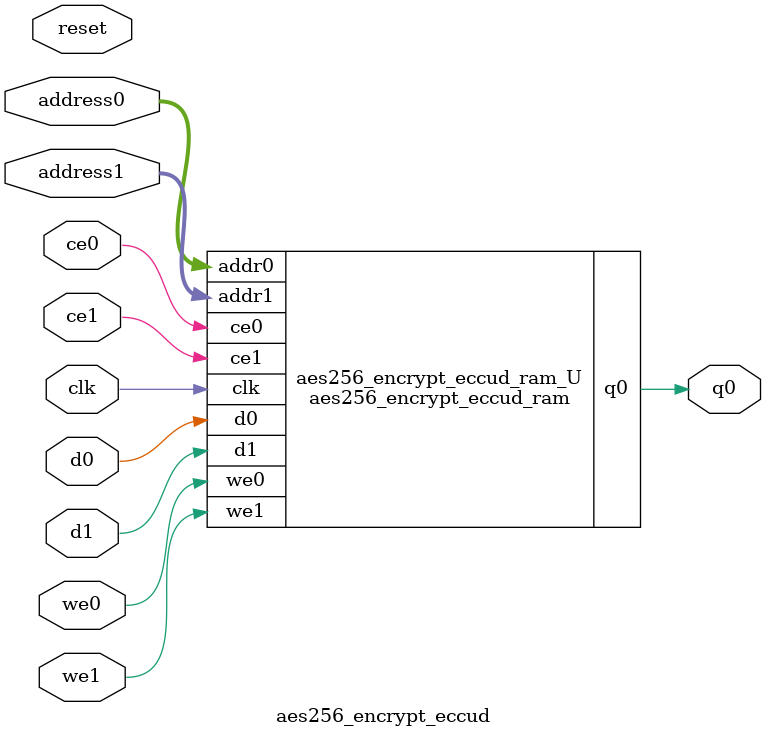
<source format=v>

`timescale 1 ns / 1 ps
module aes256_encrypt_eccud_ram (addr0, ce0, d0, we0, q0, addr1, ce1, d1, we1,  clk);

parameter DWIDTH = 1;
parameter AWIDTH = 5;
parameter MEM_SIZE = 32;

input[AWIDTH-1:0] addr0;
input ce0;
input[DWIDTH-1:0] d0;
input we0;
output reg[DWIDTH-1:0] q0;
input[AWIDTH-1:0] addr1;
input ce1;
input[DWIDTH-1:0] d1;
input we1;
input clk;

(* ram_style = "block" *)reg [DWIDTH-1:0] ram[0:MEM_SIZE-1];




always @(posedge clk)  
begin 
    if (ce0) 
    begin
        if (we0) 
        begin 
            ram[addr0] <= d0; 
            q0 <= d0;
        end 
        else 
            q0 <= ram[addr0];
    end
end


always @(posedge clk)  
begin 
    if (ce1) 
    begin
        if (we1) 
        begin 
            ram[addr1] <= d1; 
        end 
    end
end


endmodule


`timescale 1 ns / 1 ps
module aes256_encrypt_eccud(
    reset,
    clk,
    address0,
    ce0,
    we0,
    d0,
    q0,
    address1,
    ce1,
    we1,
    d1);

parameter DataWidth = 32'd1;
parameter AddressRange = 32'd32;
parameter AddressWidth = 32'd5;
input reset;
input clk;
input[AddressWidth - 1:0] address0;
input ce0;
input we0;
input[DataWidth - 1:0] d0;
output[DataWidth - 1:0] q0;
input[AddressWidth - 1:0] address1;
input ce1;
input we1;
input[DataWidth - 1:0] d1;



aes256_encrypt_eccud_ram aes256_encrypt_eccud_ram_U(
    .clk( clk ),
    .addr0( address0 ),
    .ce0( ce0 ),
    .we0( we0 ),
    .d0( d0 ),
    .q0( q0 ),
    .addr1( address1 ),
    .ce1( ce1 ),
    .we1( we1 ),
    .d1( d1 ));

endmodule


</source>
